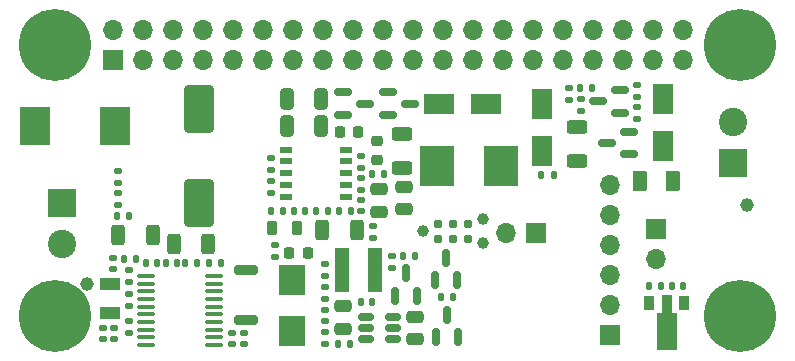
<source format=gts>
%TF.GenerationSoftware,KiCad,Pcbnew,(6.0.5)*%
%TF.CreationDate,2022-05-29T19:21:05+02:00*%
%TF.ProjectId,SolarCamPiV2,536f6c61-7243-4616-9d50-6956322e6b69,rev?*%
%TF.SameCoordinates,Original*%
%TF.FileFunction,Soldermask,Top*%
%TF.FilePolarity,Negative*%
%FSLAX46Y46*%
G04 Gerber Fmt 4.6, Leading zero omitted, Abs format (unit mm)*
G04 Created by KiCad (PCBNEW (6.0.5)) date 2022-05-29 19:21:05*
%MOMM*%
%LPD*%
G01*
G04 APERTURE LIST*
G04 Aperture macros list*
%AMRoundRect*
0 Rectangle with rounded corners*
0 $1 Rounding radius*
0 $2 $3 $4 $5 $6 $7 $8 $9 X,Y pos of 4 corners*
0 Add a 4 corners polygon primitive as box body*
4,1,4,$2,$3,$4,$5,$6,$7,$8,$9,$2,$3,0*
0 Add four circle primitives for the rounded corners*
1,1,$1+$1,$2,$3*
1,1,$1+$1,$4,$5*
1,1,$1+$1,$6,$7*
1,1,$1+$1,$8,$9*
0 Add four rect primitives between the rounded corners*
20,1,$1+$1,$2,$3,$4,$5,0*
20,1,$1+$1,$4,$5,$6,$7,0*
20,1,$1+$1,$6,$7,$8,$9,0*
20,1,$1+$1,$8,$9,$2,$3,0*%
%AMFreePoly0*
4,1,9,3.862500,-0.866500,0.737500,-0.866500,0.737500,-0.450000,-0.737500,-0.450000,-0.737500,0.450000,0.737500,0.450000,0.737500,0.866500,3.862500,0.866500,3.862500,-0.866500,3.862500,-0.866500,$1*%
G04 Aperture macros list end*
%ADD10RoundRect,0.140000X-0.170000X0.140000X-0.170000X-0.140000X0.170000X-0.140000X0.170000X0.140000X0*%
%ADD11RoundRect,0.250000X0.475000X-0.250000X0.475000X0.250000X-0.475000X0.250000X-0.475000X-0.250000X0*%
%ADD12RoundRect,0.140000X0.170000X-0.140000X0.170000X0.140000X-0.170000X0.140000X-0.170000X-0.140000X0*%
%ADD13RoundRect,0.135000X0.185000X-0.135000X0.185000X0.135000X-0.185000X0.135000X-0.185000X-0.135000X0*%
%ADD14C,6.100000*%
%ADD15R,2.500000X3.300000*%
%ADD16R,1.200000X3.700000*%
%ADD17RoundRect,0.250000X-0.312500X-0.625000X0.312500X-0.625000X0.312500X0.625000X-0.312500X0.625000X0*%
%ADD18RoundRect,0.135000X-0.185000X0.135000X-0.185000X-0.135000X0.185000X-0.135000X0.185000X0.135000X0*%
%ADD19R,1.700000X1.700000*%
%ADD20O,1.700000X1.700000*%
%ADD21RoundRect,0.250000X0.312500X0.625000X-0.312500X0.625000X-0.312500X-0.625000X0.312500X-0.625000X0*%
%ADD22RoundRect,0.135000X0.135000X0.185000X-0.135000X0.185000X-0.135000X-0.185000X0.135000X-0.185000X0*%
%ADD23RoundRect,0.140000X-0.140000X-0.170000X0.140000X-0.170000X0.140000X0.170000X-0.140000X0.170000X0*%
%ADD24R,1.800000X2.500000*%
%ADD25R,2.500000X1.800000*%
%ADD26RoundRect,0.135000X-0.135000X-0.185000X0.135000X-0.185000X0.135000X0.185000X-0.135000X0.185000X0*%
%ADD27RoundRect,0.100000X-0.637500X-0.100000X0.637500X-0.100000X0.637500X0.100000X-0.637500X0.100000X0*%
%ADD28RoundRect,0.225000X0.250000X-0.225000X0.250000X0.225000X-0.250000X0.225000X-0.250000X-0.225000X0*%
%ADD29RoundRect,0.250000X1.000000X-1.750000X1.000000X1.750000X-1.000000X1.750000X-1.000000X-1.750000X0*%
%ADD30RoundRect,0.150000X0.150000X-0.587500X0.150000X0.587500X-0.150000X0.587500X-0.150000X-0.587500X0*%
%ADD31R,0.900000X1.300000*%
%ADD32FreePoly0,270.000000*%
%ADD33C,0.990600*%
%ADD34C,0.787400*%
%ADD35RoundRect,0.225000X0.225000X0.250000X-0.225000X0.250000X-0.225000X-0.250000X0.225000X-0.250000X0*%
%ADD36RoundRect,0.200000X-0.800000X0.200000X-0.800000X-0.200000X0.800000X-0.200000X0.800000X0.200000X0*%
%ADD37R,1.100000X0.510000*%
%ADD38RoundRect,0.218750X0.218750X0.256250X-0.218750X0.256250X-0.218750X-0.256250X0.218750X-0.256250X0*%
%ADD39RoundRect,0.250000X0.375000X0.625000X-0.375000X0.625000X-0.375000X-0.625000X0.375000X-0.625000X0*%
%ADD40RoundRect,0.218750X0.218750X0.381250X-0.218750X0.381250X-0.218750X-0.381250X0.218750X-0.381250X0*%
%ADD41C,1.152000*%
%ADD42R,2.300000X2.500000*%
%ADD43RoundRect,0.150000X-0.512500X-0.150000X0.512500X-0.150000X0.512500X0.150000X-0.512500X0.150000X0*%
%ADD44R,2.400000X2.400000*%
%ADD45C,2.400000*%
%ADD46RoundRect,0.250000X-0.625000X0.312500X-0.625000X-0.312500X0.625000X-0.312500X0.625000X0.312500X0*%
%ADD47RoundRect,0.250000X-0.325000X-0.650000X0.325000X-0.650000X0.325000X0.650000X-0.325000X0.650000X0*%
%ADD48RoundRect,0.140000X0.140000X0.170000X-0.140000X0.170000X-0.140000X-0.170000X0.140000X-0.170000X0*%
%ADD49R,1.800000X1.000000*%
%ADD50RoundRect,0.150000X-0.587500X-0.150000X0.587500X-0.150000X0.587500X0.150000X-0.587500X0.150000X0*%
%ADD51RoundRect,0.150000X0.587500X0.150000X-0.587500X0.150000X-0.587500X-0.150000X0.587500X-0.150000X0*%
%ADD52R,2.950000X3.500000*%
%ADD53RoundRect,0.250000X-0.475000X0.250000X-0.475000X-0.250000X0.475000X-0.250000X0.475000X0.250000X0*%
%ADD54RoundRect,0.250000X0.625000X-0.312500X0.625000X0.312500X-0.625000X0.312500X-0.625000X-0.312500X0*%
G04 APERTURE END LIST*
D10*
%TO.C,C19*%
X126400000Y-125920000D03*
X126400000Y-126880000D03*
%TD*%
D11*
%TO.C,C8*%
X130918820Y-117631320D03*
X130918820Y-115731320D03*
%TD*%
D10*
%TO.C,C10*%
X108500000Y-127470000D03*
X108500000Y-128430000D03*
%TD*%
D12*
%TO.C,C22*%
X109800000Y-123560000D03*
X109800000Y-122600000D03*
%TD*%
D13*
%TO.C,R17*%
X122100000Y-121510000D03*
X122100000Y-120490000D03*
%TD*%
D14*
%TO.C,H1*%
X161500000Y-103500000D03*
%TD*%
D15*
%TO.C,D6*%
X101799999Y-110400000D03*
X108599999Y-110400000D03*
%TD*%
D16*
%TO.C,L2*%
X130600000Y-122600000D03*
X127800000Y-122600000D03*
%TD*%
D17*
%TO.C,R13*%
X108837500Y-119600000D03*
X111762500Y-119600000D03*
%TD*%
D18*
%TO.C,R9*%
X126400000Y-122090000D03*
X126400000Y-123110000D03*
%TD*%
D19*
%TO.C,JP1*%
X144250000Y-119425000D03*
D20*
X141710000Y-119425000D03*
%TD*%
D21*
%TO.C,R8*%
X129062500Y-119200000D03*
X126137500Y-119200000D03*
%TD*%
D22*
%TO.C,R14*%
X131360000Y-114450000D03*
X130340000Y-114450000D03*
%TD*%
D23*
%TO.C,C21*%
X111220000Y-122000000D03*
X112180000Y-122000000D03*
%TD*%
D18*
%TO.C,R33*%
X147000000Y-107190000D03*
X147000000Y-108210000D03*
%TD*%
D13*
%TO.C,R34*%
X148000000Y-109110000D03*
X148000000Y-108090000D03*
%TD*%
D24*
%TO.C,D7*%
X155000000Y-112100000D03*
X155000000Y-108100000D03*
%TD*%
%TO.C,D2*%
X144718820Y-108481320D03*
X144718820Y-112481320D03*
%TD*%
D25*
%TO.C,D1*%
X140018820Y-108481320D03*
X136018820Y-108481320D03*
%TD*%
D18*
%TO.C,R30*%
X152800000Y-108800000D03*
X152800000Y-109820000D03*
%TD*%
D26*
%TO.C,R24*%
X144690000Y-114525000D03*
X145710000Y-114525000D03*
%TD*%
D11*
%TO.C,C15*%
X134000000Y-128450000D03*
X134000000Y-126550000D03*
%TD*%
D27*
%TO.C,U4*%
X111237500Y-123075000D03*
X111237500Y-123725000D03*
X111237500Y-124375000D03*
X111237500Y-125025000D03*
X111237500Y-125675000D03*
X111237500Y-126325000D03*
X111237500Y-126975000D03*
X111237500Y-127625000D03*
X111237500Y-128275000D03*
X111237500Y-128925000D03*
X116962500Y-128925000D03*
X116962500Y-128275000D03*
X116962500Y-127625000D03*
X116962500Y-126975000D03*
X116962500Y-126325000D03*
X116962500Y-125675000D03*
X116962500Y-125025000D03*
X116962500Y-124375000D03*
X116962500Y-123725000D03*
X116962500Y-123075000D03*
%TD*%
D28*
%TO.C,C4*%
X130750000Y-113225000D03*
X130750000Y-111675000D03*
%TD*%
D18*
%TO.C,R20*%
X108800000Y-116090000D03*
X108800000Y-117110000D03*
%TD*%
D29*
%TO.C,C26*%
X115700000Y-116932500D03*
X115700000Y-108932500D03*
%TD*%
D30*
%TO.C,Q4*%
X132250000Y-124737500D03*
X134150000Y-124737500D03*
X133200000Y-122862500D03*
%TD*%
D22*
%TO.C,R22*%
X117535000Y-122000000D03*
X116515000Y-122000000D03*
%TD*%
D10*
%TO.C,C7*%
X129418820Y-114820000D03*
X129418820Y-115780000D03*
%TD*%
D13*
%TO.C,R23*%
X130425000Y-119885000D03*
X130425000Y-118865000D03*
%TD*%
D31*
%TO.C,U2*%
X156800000Y-125350000D03*
D32*
X155300000Y-125437500D03*
D31*
X153800000Y-125350000D03*
%TD*%
D18*
%TO.C,R29*%
X132025000Y-121389769D03*
X132025000Y-122409769D03*
%TD*%
D26*
%TO.C,R28*%
X127490000Y-128800000D03*
X128510000Y-128800000D03*
%TD*%
D23*
%TO.C,C6*%
X123738820Y-117581320D03*
X124698820Y-117581320D03*
%TD*%
D21*
%TO.C,R6*%
X116462500Y-120400000D03*
X113537500Y-120400000D03*
%TD*%
D18*
%TO.C,R19*%
X108800000Y-114190000D03*
X108800000Y-115210000D03*
%TD*%
D12*
%TO.C,C13*%
X119500000Y-128880000D03*
X119500000Y-127920000D03*
%TD*%
D33*
%TO.C,J1*%
X134635000Y-119300000D03*
X139715000Y-120316000D03*
X139715000Y-118284000D03*
D34*
X135905000Y-119935000D03*
X135905000Y-118665000D03*
X137175000Y-119935000D03*
X137175000Y-118665000D03*
X138445000Y-119935000D03*
X138445000Y-118665000D03*
%TD*%
D26*
%TO.C,R25*%
X132990000Y-121400000D03*
X134010000Y-121400000D03*
%TD*%
D13*
%TO.C,R3*%
X121750000Y-116035000D03*
X121750000Y-115015000D03*
%TD*%
D14*
%TO.C,H2*%
X103500000Y-126500000D03*
%TD*%
D35*
%TO.C,C5*%
X129175000Y-110900000D03*
X127625000Y-110900000D03*
%TD*%
D36*
%TO.C,SW1*%
X119700000Y-122600000D03*
X119700000Y-126800000D03*
%TD*%
D10*
%TO.C,C20*%
X107550000Y-127470000D03*
X107550000Y-128430000D03*
%TD*%
D30*
%TO.C,D3*%
X135750000Y-128237500D03*
X137650000Y-128237500D03*
X136700000Y-126362500D03*
%TD*%
D26*
%TO.C,R21*%
X108790000Y-118000000D03*
X109810000Y-118000000D03*
%TD*%
D37*
%TO.C,U1*%
X123068820Y-112381320D03*
X123068820Y-113381320D03*
X123068820Y-114381320D03*
X123068820Y-115381320D03*
X123068820Y-116381320D03*
X128168820Y-116381320D03*
X128168820Y-115381320D03*
X128168820Y-114381320D03*
X128168820Y-113381320D03*
X128168820Y-112381320D03*
%TD*%
D38*
%TO.C,D5*%
X124887500Y-121100000D03*
X123312500Y-121100000D03*
%TD*%
D39*
%TO.C,F1*%
X155850000Y-115025000D03*
X153050000Y-115025000D03*
%TD*%
D13*
%TO.C,R4*%
X121750000Y-114110000D03*
X121750000Y-113090000D03*
%TD*%
D12*
%TO.C,C3*%
X129418820Y-117580000D03*
X129418820Y-116620000D03*
%TD*%
D11*
%TO.C,C9*%
X133018820Y-117431320D03*
X133018820Y-115531320D03*
%TD*%
D19*
%TO.C,J3*%
X150500000Y-128050000D03*
D20*
X150500000Y-125510000D03*
X150500000Y-122970000D03*
X150500000Y-120430000D03*
X150500000Y-117890000D03*
X150500000Y-115350000D03*
%TD*%
D40*
%TO.C,FB1*%
X124012499Y-119050000D03*
X121887499Y-119050000D03*
%TD*%
D41*
%TO.C,H5*%
X106200000Y-123800000D03*
%TD*%
D18*
%TO.C,R7*%
X126400000Y-123990000D03*
X126400000Y-125010000D03*
%TD*%
D42*
%TO.C,D4*%
X123600000Y-123450000D03*
X123600000Y-127750000D03*
%TD*%
D26*
%TO.C,R5*%
X109340000Y-121600000D03*
X110360000Y-121600000D03*
%TD*%
D43*
%TO.C,U3*%
X129862500Y-126550000D03*
X129862500Y-127500000D03*
X129862500Y-128450000D03*
X132137500Y-128450000D03*
X132137500Y-127500000D03*
X132137500Y-126550000D03*
%TD*%
D44*
%TO.C,SC1*%
X104100000Y-116900000D03*
D45*
X104100000Y-120400000D03*
%TD*%
D22*
%TO.C,R10*%
X115535000Y-122000000D03*
X114515000Y-122000000D03*
%TD*%
D46*
%TO.C,R15*%
X132918820Y-111018820D03*
X132918820Y-113943820D03*
%TD*%
D47*
%TO.C,C1*%
X123106320Y-108081320D03*
X126056320Y-108081320D03*
%TD*%
D48*
%TO.C,C14*%
X156680000Y-123900000D03*
X155720000Y-123900000D03*
%TD*%
D47*
%TO.C,C2*%
X123106320Y-110381320D03*
X126056320Y-110381320D03*
%TD*%
D14*
%TO.C,H3*%
X161500000Y-126500000D03*
%TD*%
D10*
%TO.C,C24*%
X109800000Y-124620000D03*
X109800000Y-125580000D03*
%TD*%
D49*
%TO.C,Y1*%
X108200000Y-126250000D03*
X108200000Y-123750000D03*
%TD*%
D26*
%TO.C,R2*%
X127508820Y-117581320D03*
X128528820Y-117581320D03*
%TD*%
D23*
%TO.C,C17*%
X129420000Y-125300000D03*
X130380000Y-125300000D03*
%TD*%
D26*
%TO.C,R1*%
X125608820Y-117581320D03*
X126628820Y-117581320D03*
%TD*%
D48*
%TO.C,C16*%
X154780000Y-123900000D03*
X153820000Y-123900000D03*
%TD*%
D14*
%TO.C,H4*%
X103500000Y-103500000D03*
%TD*%
D18*
%TO.C,R27*%
X126400000Y-127790000D03*
X126400000Y-128810000D03*
%TD*%
D44*
%TO.C,BT1*%
X160900000Y-113550000D03*
D45*
X160900000Y-110050000D03*
%TD*%
D50*
%TO.C,Q2*%
X127881320Y-107531320D03*
X127881320Y-109431320D03*
X129756320Y-108481320D03*
%TD*%
D51*
%TO.C,Q6*%
X151337500Y-109250000D03*
X151337500Y-107350000D03*
X149462500Y-108300000D03*
%TD*%
D26*
%TO.C,R26*%
X136190000Y-124900000D03*
X137210000Y-124900000D03*
%TD*%
D23*
%TO.C,C25*%
X112870000Y-122000000D03*
X113830000Y-122000000D03*
%TD*%
D19*
%TO.C,JP4*%
X154425000Y-119100000D03*
D20*
X154425000Y-121640000D03*
%TD*%
D26*
%TO.C,R11*%
X121808820Y-117581320D03*
X122828820Y-117581320D03*
%TD*%
D12*
%TO.C,C23*%
X108450000Y-122530000D03*
X108450000Y-121570000D03*
%TD*%
D52*
%TO.C,L1*%
X141268820Y-113781320D03*
X135818820Y-113781320D03*
%TD*%
D53*
%TO.C,C18*%
X127900000Y-125650000D03*
X127900000Y-127550000D03*
%TD*%
D50*
%TO.C,Q1*%
X131681320Y-107531320D03*
X131681320Y-109431320D03*
X133556320Y-108481320D03*
%TD*%
D41*
%TO.C,H6*%
X162100000Y-117100000D03*
%TD*%
D30*
%TO.C,Q3*%
X135650000Y-123437500D03*
X137550000Y-123437500D03*
X136600000Y-121562500D03*
%TD*%
D51*
%TO.C,Q5*%
X152137500Y-112750000D03*
X152137500Y-110850000D03*
X150262500Y-111800000D03*
%TD*%
D12*
%TO.C,C11*%
X109800000Y-127880000D03*
X109800000Y-126920000D03*
%TD*%
D22*
%TO.C,R32*%
X149010000Y-107200000D03*
X147990000Y-107200000D03*
%TD*%
D10*
%TO.C,C12*%
X118500000Y-127920000D03*
X118500000Y-128880000D03*
%TD*%
D13*
%TO.C,R31*%
X152800000Y-107920000D03*
X152800000Y-106900000D03*
%TD*%
%TO.C,R12*%
X129450000Y-113910000D03*
X129450000Y-112890000D03*
%TD*%
D54*
%TO.C,R16*%
X147700000Y-113362500D03*
X147700000Y-110437500D03*
%TD*%
D19*
%TO.C,J2*%
X108400000Y-104800000D03*
D20*
X108400000Y-102260000D03*
X110940000Y-104800000D03*
X110940000Y-102260000D03*
X113480000Y-104800000D03*
X113480000Y-102260000D03*
X116020000Y-104800000D03*
X116020000Y-102260000D03*
X118560000Y-104800000D03*
X118560000Y-102260000D03*
X121100000Y-104800000D03*
X121100000Y-102260000D03*
X123640000Y-104800000D03*
X123640000Y-102260000D03*
X126180000Y-104800000D03*
X126180000Y-102260000D03*
X128720000Y-104800000D03*
X128720000Y-102260000D03*
X131260000Y-104800000D03*
X131260000Y-102260000D03*
X133800000Y-104800000D03*
X133800000Y-102260000D03*
X136340000Y-104800000D03*
X136340000Y-102260000D03*
X138880000Y-104800000D03*
X138880000Y-102260000D03*
X141420000Y-104800000D03*
X141420000Y-102260000D03*
X143960000Y-104800000D03*
X143960000Y-102260000D03*
X146500000Y-104800000D03*
X146500000Y-102260000D03*
X149040000Y-104800000D03*
X149040000Y-102260000D03*
X151580000Y-104800000D03*
X151580000Y-102260000D03*
X154120000Y-104800000D03*
X154120000Y-102260000D03*
X156660000Y-104800000D03*
X156660000Y-102260000D03*
%TD*%
M02*

</source>
